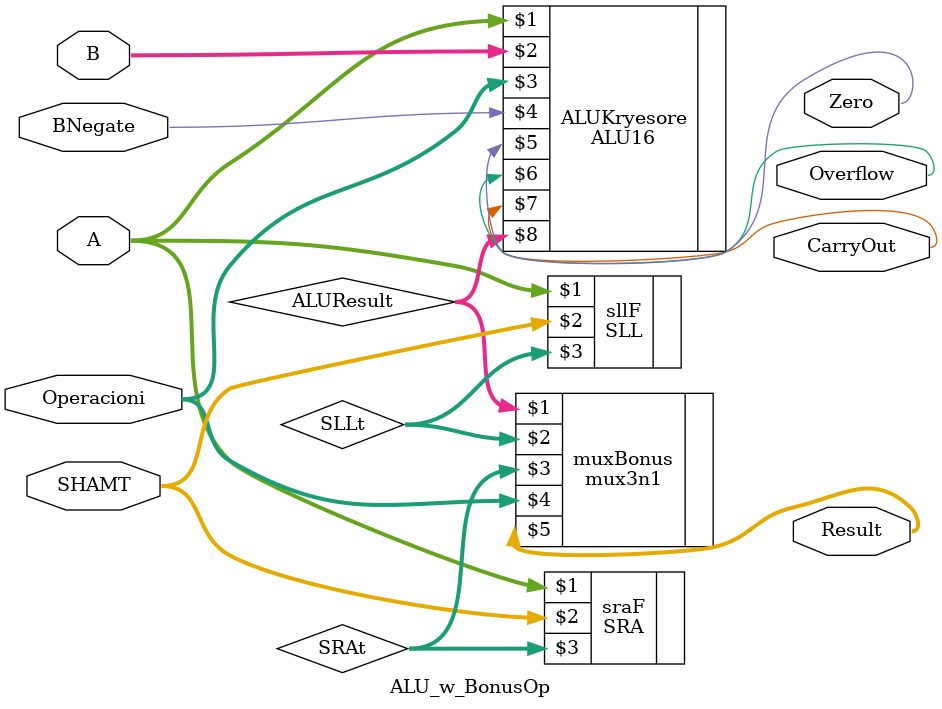
<source format=v>
`timescale 1ns / 1ps


module ALU_w_BonusOp(

    input [15:0] A,
    input [15:0] B,
    input [2:0] Operacioni,
    input BNegate,
    input [3:0] SHAMT,
    output Zero,
    output Overflow,
    output CarryOut,
    output [15:0] Result
    );
    
    wire[15:0] ALUResult;
    wire[15:0] SLLt;
    wire[15:0] SRAt;
    
    ALU16 ALUKryesore (A, B, Operacioni, BNegate, Zero, Overflow, CarryOut, ALUResult);
    
    SLL sllF (A, SHAMT, SLLt);
    SRA sraF (A, SHAMT, SRAt);
    
    mux3n1 muxBonus (ALUResult, SLLt, SRAt, Operacioni, Result);
    
endmodule

</source>
